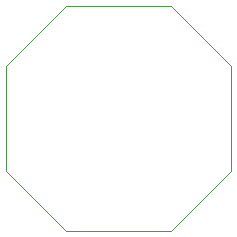
<source format=gbr>
%TF.GenerationSoftware,KiCad,Pcbnew,(7.0.0)*%
%TF.CreationDate,2023-08-06T15:33:45+09:30*%
%TF.ProjectId,ring_mono,72696e67-5f6d-46f6-9e6f-2e6b69636164,rev?*%
%TF.SameCoordinates,Original*%
%TF.FileFunction,Profile,NP*%
%FSLAX46Y46*%
G04 Gerber Fmt 4.6, Leading zero omitted, Abs format (unit mm)*
G04 Created by KiCad (PCBNEW (7.0.0)) date 2023-08-06 15:33:45*
%MOMM*%
%LPD*%
G01*
G04 APERTURE LIST*
%TA.AperFunction,Profile*%
%ADD10C,0.100000*%
%TD*%
G04 APERTURE END LIST*
D10*
X146507200Y-78511400D02*
X146507200Y-87401400D01*
X141427200Y-92481400D01*
X132537200Y-92481400D01*
X127457200Y-87401400D01*
X127457200Y-78511400D01*
X132537200Y-73431400D01*
X141427200Y-73431400D01*
X146507200Y-78511400D01*
M02*

</source>
